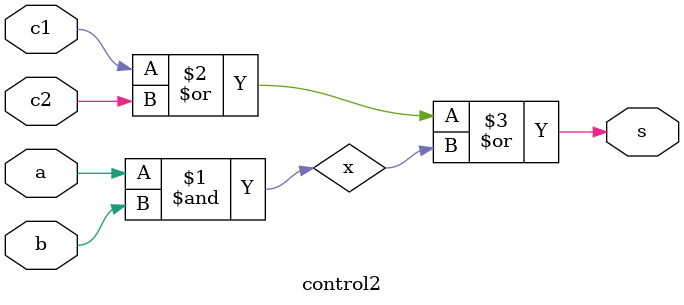
<source format=v>
module control2(a,b,c1,c2,s);
input a,b,c1,c2;
output s;
wire x;
assign x = a & b;
assign s = c1 | c2 | x;

endmodule
</source>
